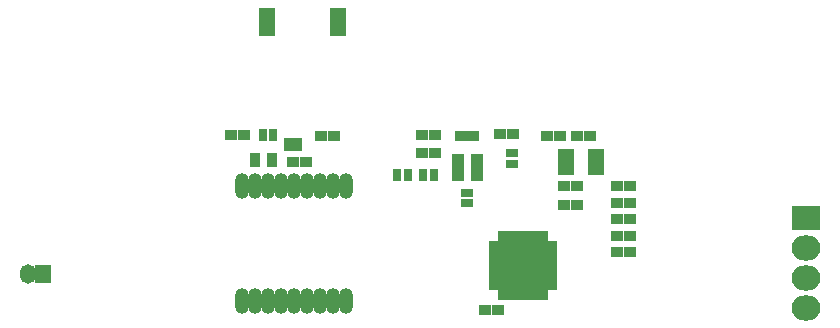
<source format=gbr>
G04 #@! TF.FileFunction,Soldermask,Bot*
%FSLAX46Y46*%
G04 Gerber Fmt 4.6, Leading zero omitted, Abs format (unit mm)*
G04 Created by KiCad (PCBNEW 4.0.5+dfsg1-4~bpo8+1) date Mon Dec 18 16:44:26 2017*
%MOMM*%
%LPD*%
G01*
G04 APERTURE LIST*
%ADD10C,0.100000*%
%ADD11O,1.200000X2.200000*%
%ADD12R,1.400000X2.400000*%
%ADD13R,1.350000X1.650000*%
%ADD14O,1.350000X1.650000*%
%ADD15R,1.000000X0.900000*%
%ADD16R,0.900000X1.300000*%
%ADD17R,0.800000X1.000000*%
%ADD18R,1.000000X0.800000*%
%ADD19R,0.650000X1.100000*%
%ADD20R,1.100000X0.650000*%
%ADD21R,2.125000X2.125000*%
%ADD22R,0.670000X0.725000*%
%ADD23R,1.400000X2.200000*%
%ADD24R,2.432000X2.127200*%
%ADD25O,2.432000X2.127200*%
G04 APERTURE END LIST*
D10*
D11*
X140770000Y-115390000D03*
X141870000Y-115390000D03*
X142970000Y-115390000D03*
X144070000Y-115390000D03*
X145170000Y-115390000D03*
X146270000Y-115390000D03*
X147370000Y-115390000D03*
X148470000Y-115390000D03*
X149570000Y-115390000D03*
X149570000Y-125090000D03*
X148470000Y-125090000D03*
X147370000Y-125090000D03*
X146270000Y-125090000D03*
X145170000Y-125090000D03*
X144070000Y-125090000D03*
X142970000Y-125090000D03*
X141870000Y-125090000D03*
X140770000Y-125090000D03*
D12*
X142920000Y-101440000D03*
X148920000Y-101440000D03*
D13*
X123920000Y-122840000D03*
D14*
X122670000Y-122840000D03*
D15*
X168050000Y-115400000D03*
X169150000Y-115400000D03*
X162440000Y-125880000D03*
X161340000Y-125880000D03*
X172520000Y-119590000D03*
X173620000Y-119590000D03*
X172520000Y-116790000D03*
X173620000Y-116790000D03*
X172520000Y-115390000D03*
X173620000Y-115390000D03*
X172520000Y-120990000D03*
X173620000Y-120990000D03*
X167700000Y-111090000D03*
X166600000Y-111090000D03*
X170270000Y-111100000D03*
X169170000Y-111100000D03*
X147445000Y-111165000D03*
X148545000Y-111165000D03*
X140995000Y-111040000D03*
X139895000Y-111040000D03*
X145120000Y-113340000D03*
X146220000Y-113340000D03*
X163750000Y-111000000D03*
X162650000Y-111000000D03*
X155995000Y-111065000D03*
X157095000Y-111065000D03*
X159290000Y-111090000D03*
X160390000Y-111090000D03*
X157130000Y-112540000D03*
X156030000Y-112540000D03*
D16*
X143370000Y-113140000D03*
X141870000Y-113140000D03*
D17*
X153950000Y-114400000D03*
X154850000Y-114400000D03*
X157050000Y-114400000D03*
X156150000Y-114400000D03*
X143445000Y-111040000D03*
X142545000Y-111040000D03*
D18*
X163650000Y-112600000D03*
X163650000Y-113500000D03*
X159810000Y-115940000D03*
X159810000Y-116840000D03*
D19*
X166340000Y-124500000D03*
X165840000Y-124500000D03*
X165340000Y-124500000D03*
X164840000Y-124500000D03*
X164340000Y-124500000D03*
X163840000Y-124500000D03*
X163340000Y-124500000D03*
X162840000Y-124500000D03*
D20*
X162190000Y-123850000D03*
X162190000Y-123350000D03*
X162190000Y-122850000D03*
X162190000Y-122350000D03*
X162190000Y-121850000D03*
X162190000Y-121350000D03*
X162190000Y-120850000D03*
X162190000Y-120350000D03*
D19*
X162840000Y-119700000D03*
X163340000Y-119700000D03*
X163840000Y-119700000D03*
X164340000Y-119700000D03*
X164840000Y-119700000D03*
X165340000Y-119700000D03*
X165840000Y-119700000D03*
X166340000Y-119700000D03*
D20*
X166990000Y-120350000D03*
X166990000Y-120850000D03*
X166990000Y-121350000D03*
X166990000Y-121850000D03*
X166990000Y-122350000D03*
X166990000Y-122850000D03*
X166990000Y-123350000D03*
X166990000Y-123850000D03*
D21*
X163727500Y-121237500D03*
X165452500Y-121237500D03*
X163727500Y-122962500D03*
X165452500Y-122962500D03*
D22*
X145520000Y-112065000D03*
X145120000Y-112065000D03*
X144720000Y-112065000D03*
X144720000Y-111615000D03*
X145120000Y-111615000D03*
X145520000Y-111615000D03*
D20*
X159045000Y-114565000D03*
X159045000Y-114165000D03*
X159045000Y-113765000D03*
X159045000Y-113365000D03*
X159045000Y-112965000D03*
X160645000Y-112965000D03*
X160645000Y-113365000D03*
X160645000Y-113765000D03*
X160645000Y-114165000D03*
X160645000Y-114565000D03*
D23*
X170730000Y-113310000D03*
X168230000Y-113310000D03*
D24*
X188520000Y-118040000D03*
D25*
X188520000Y-120580000D03*
X188520000Y-123120000D03*
X188520000Y-125660000D03*
D15*
X168050000Y-116930000D03*
X169150000Y-116930000D03*
X172520000Y-118190000D03*
X173620000Y-118190000D03*
M02*

</source>
